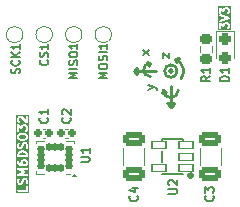
<source format=gbr>
%TF.GenerationSoftware,KiCad,Pcbnew,9.0.0*%
%TF.CreationDate,2025-05-23T15:56:35+04:00*%
%TF.ProjectId,02_01_sensor_IMU_LSM6DSO32,30325f30-315f-4736-956e-736f725f494d,rev?*%
%TF.SameCoordinates,Original*%
%TF.FileFunction,Legend,Top*%
%TF.FilePolarity,Positive*%
%FSLAX46Y46*%
G04 Gerber Fmt 4.6, Leading zero omitted, Abs format (unit mm)*
G04 Created by KiCad (PCBNEW 9.0.0) date 2025-05-23 15:56:35*
%MOMM*%
%LPD*%
G01*
G04 APERTURE LIST*
G04 Aperture macros list*
%AMRoundRect*
0 Rectangle with rounded corners*
0 $1 Rounding radius*
0 $2 $3 $4 $5 $6 $7 $8 $9 X,Y pos of 4 corners*
0 Add a 4 corners polygon primitive as box body*
4,1,4,$2,$3,$4,$5,$6,$7,$8,$9,$2,$3,0*
0 Add four circle primitives for the rounded corners*
1,1,$1+$1,$2,$3*
1,1,$1+$1,$4,$5*
1,1,$1+$1,$6,$7*
1,1,$1+$1,$8,$9*
0 Add four rect primitives between the rounded corners*
20,1,$1+$1,$2,$3,$4,$5,0*
20,1,$1+$1,$4,$5,$6,$7,0*
20,1,$1+$1,$6,$7,$8,$9,0*
20,1,$1+$1,$8,$9,$2,$3,0*%
G04 Aperture macros list end*
%ADD10C,0.254000*%
%ADD11C,0.175000*%
%ADD12C,0.190500*%
%ADD13C,0.150000*%
%ADD14C,0.120000*%
%ADD15C,0.152000*%
%ADD16C,0.059995*%
%ADD17C,0.300000*%
%ADD18C,0.100000*%
%ADD19C,0.000000*%
%ADD20RoundRect,0.101600X0.175000X0.725000X-0.175000X0.725000X-0.175000X-0.725000X0.175000X-0.725000X0*%
%ADD21C,0.657200*%
%ADD22C,1.100000*%
%ADD23RoundRect,0.271739X0.678261X-0.353261X0.678261X0.353261X-0.678261X0.353261X-0.678261X-0.353261X0*%
%ADD24RoundRect,0.225000X-0.300000X0.225000X-0.300000X-0.225000X0.300000X-0.225000X0.300000X0.225000X0*%
%ADD25RoundRect,0.165000X0.165000X0.195000X-0.165000X0.195000X-0.165000X-0.195000X0.165000X-0.195000X0*%
%ADD26RoundRect,0.165000X-0.165000X-0.195000X0.165000X-0.195000X0.165000X0.195000X-0.165000X0.195000X0*%
%ADD27RoundRect,0.050000X0.600000X-0.300000X0.600000X0.300000X-0.600000X0.300000X-0.600000X-0.300000X0*%
%ADD28RoundRect,0.243750X-0.281250X0.243750X-0.281250X-0.243750X0.281250X-0.243750X0.281250X0.243750X0*%
%ADD29RoundRect,0.112500X0.250000X0.112500X-0.250000X0.112500X-0.250000X-0.112500X0.250000X-0.112500X0*%
%ADD30RoundRect,0.112500X0.112500X0.250000X-0.112500X0.250000X-0.112500X-0.250000X0.112500X-0.250000X0*%
G04 APERTURE END LIST*
D10*
X153851288Y-99501145D02*
G75*
G02*
X152581288Y-99501145I-635000J0D01*
G01*
X150082563Y-97840620D02*
X150336563Y-97586620D01*
X152809888Y-99628145D02*
X152454288Y-99755145D01*
X151479563Y-97205620D02*
X151352563Y-97459620D01*
X152581288Y-99501145D02*
X152809888Y-99628145D01*
X150082563Y-97840620D02*
X150336563Y-98094620D01*
X153346463Y-97888245D02*
G75*
G02*
X153092463Y-97888245I-127000J0D01*
G01*
X153092463Y-97888245D02*
G75*
G02*
X153346463Y-97888245I127000J0D01*
G01*
X153543313Y-96843670D02*
X153876688Y-96796045D01*
X151479563Y-98348620D02*
G75*
G02*
X151479563Y-97205580I37J571520D01*
G01*
X151479563Y-97205620D02*
X151225563Y-97078620D01*
X153673488Y-96923045D02*
G75*
G02*
X154079889Y-98535946I-473488J-976955D01*
G01*
X153543313Y-96843670D02*
X153670313Y-97151645D01*
X153216288Y-100898145D02*
X152962288Y-100644145D01*
X153216288Y-100898145D02*
X153470288Y-100644145D01*
X153752863Y-97888245D02*
G75*
G02*
X152686063Y-97888245I-533400J0D01*
G01*
X152686063Y-97888245D02*
G75*
G02*
X153752863Y-97888245I533400J0D01*
G01*
X153670313Y-97151645D02*
X153876688Y-96796045D01*
X153216288Y-100898145D02*
X153216288Y-99120145D01*
X150336563Y-97586620D02*
X150336563Y-98094620D01*
X151225563Y-97078620D02*
X151352563Y-97459620D01*
X153495688Y-100618745D02*
X152936888Y-100618745D01*
X152581288Y-99501145D02*
X152454288Y-99755145D01*
X150082563Y-97840620D02*
X151987563Y-97840620D01*
D11*
X158137864Y-98753571D02*
X157387864Y-98753571D01*
X157387864Y-98753571D02*
X157387864Y-98575000D01*
X157387864Y-98575000D02*
X157423578Y-98467857D01*
X157423578Y-98467857D02*
X157495007Y-98396428D01*
X157495007Y-98396428D02*
X157566435Y-98360714D01*
X157566435Y-98360714D02*
X157709292Y-98325000D01*
X157709292Y-98325000D02*
X157816435Y-98325000D01*
X157816435Y-98325000D02*
X157959292Y-98360714D01*
X157959292Y-98360714D02*
X158030721Y-98396428D01*
X158030721Y-98396428D02*
X158102150Y-98467857D01*
X158102150Y-98467857D02*
X158137864Y-98575000D01*
X158137864Y-98575000D02*
X158137864Y-98753571D01*
X158137864Y-97610714D02*
X158137864Y-98039285D01*
X158137864Y-97825000D02*
X157387864Y-97825000D01*
X157387864Y-97825000D02*
X157495007Y-97896428D01*
X157495007Y-97896428D02*
X157566435Y-97967857D01*
X157566435Y-97967857D02*
X157602150Y-98039285D01*
D12*
X151258855Y-99460386D02*
X151792189Y-99269910D01*
X151258855Y-99079433D02*
X151792189Y-99269910D01*
X151792189Y-99269910D02*
X151982665Y-99346100D01*
X151982665Y-99346100D02*
X152020760Y-99384195D01*
X152020760Y-99384195D02*
X152058855Y-99460386D01*
D11*
G36*
X140914602Y-105543339D02*
G01*
X140930239Y-105558976D01*
X140950364Y-105599226D01*
X140950364Y-105700771D01*
X140930237Y-105741025D01*
X140914602Y-105756659D01*
X140874352Y-105776785D01*
X140737090Y-105776785D01*
X140696839Y-105756659D01*
X140681204Y-105741025D01*
X140661078Y-105700771D01*
X140661078Y-105599226D01*
X140681203Y-105558976D01*
X140696840Y-105543339D01*
X140737090Y-105523214D01*
X140874352Y-105523214D01*
X140914602Y-105543339D01*
G37*
G36*
X140828751Y-104803986D02*
G01*
X140878890Y-104829055D01*
X140925671Y-104875836D01*
X140950364Y-104949913D01*
X140950364Y-105026785D01*
X140375364Y-105026785D01*
X140375364Y-104949913D01*
X140400055Y-104875837D01*
X140446840Y-104829053D01*
X140496971Y-104803987D01*
X140620062Y-104773214D01*
X140705661Y-104773214D01*
X140828751Y-104803986D01*
G37*
G36*
X140885986Y-103300436D02*
G01*
X140930236Y-103344686D01*
X140950364Y-103384941D01*
X140950364Y-103486485D01*
X140930236Y-103526740D01*
X140885988Y-103570988D01*
X140777090Y-103598213D01*
X140548634Y-103598213D01*
X140439739Y-103570988D01*
X140395492Y-103526741D01*
X140375364Y-103486485D01*
X140375364Y-103384941D01*
X140395492Y-103344685D01*
X140439740Y-103300436D01*
X140548634Y-103273213D01*
X140777094Y-103273213D01*
X140885986Y-103300436D01*
G37*
G36*
X141212864Y-108182143D02*
G01*
X140112864Y-108182143D01*
X140112864Y-107990073D01*
X140202045Y-107990073D01*
X140202045Y-108024213D01*
X140215110Y-108055755D01*
X140239252Y-108079897D01*
X140270794Y-108092962D01*
X140287864Y-108094643D01*
X141037864Y-108094643D01*
X141054934Y-108092962D01*
X141086476Y-108079897D01*
X141110618Y-108055755D01*
X141123683Y-108024213D01*
X141125364Y-108007143D01*
X141125364Y-107650000D01*
X141123683Y-107632930D01*
X141110618Y-107601388D01*
X141086476Y-107577246D01*
X141054934Y-107564181D01*
X141020794Y-107564181D01*
X140989252Y-107577246D01*
X140965110Y-107601388D01*
X140952045Y-107632930D01*
X140950364Y-107650000D01*
X140950364Y-107919643D01*
X140287864Y-107919643D01*
X140270794Y-107921324D01*
X140239252Y-107934389D01*
X140215110Y-107958531D01*
X140202045Y-107990073D01*
X140112864Y-107990073D01*
X140112864Y-107114286D01*
X140200364Y-107114286D01*
X140200364Y-107292857D01*
X140202045Y-107309927D01*
X140203248Y-107312831D01*
X140203471Y-107315968D01*
X140209601Y-107331988D01*
X140245315Y-107403417D01*
X140249938Y-107410762D01*
X140250824Y-107412899D01*
X140252798Y-107415304D01*
X140254453Y-107417933D01*
X140256196Y-107419445D01*
X140261706Y-107426158D01*
X140297420Y-107461872D01*
X140304130Y-107467379D01*
X140305645Y-107469125D01*
X140308277Y-107470782D01*
X140310679Y-107472753D01*
X140312811Y-107473636D01*
X140320161Y-107478263D01*
X140391590Y-107513977D01*
X140407610Y-107520107D01*
X140410746Y-107520329D01*
X140413651Y-107521533D01*
X140430721Y-107523214D01*
X140502150Y-107523214D01*
X140519220Y-107521533D01*
X140522124Y-107520329D01*
X140525262Y-107520107D01*
X140541281Y-107513976D01*
X140612709Y-107478262D01*
X140620052Y-107473639D01*
X140622191Y-107472754D01*
X140624597Y-107470778D01*
X140627225Y-107469125D01*
X140628737Y-107467381D01*
X140635450Y-107461872D01*
X140671164Y-107426158D01*
X140676668Y-107419450D01*
X140678417Y-107417934D01*
X140680076Y-107415298D01*
X140682045Y-107412899D01*
X140682928Y-107410767D01*
X140687554Y-107403418D01*
X140723269Y-107331989D01*
X140723747Y-107330739D01*
X140724124Y-107330231D01*
X140726685Y-107323062D01*
X140729400Y-107315969D01*
X140729444Y-107315339D01*
X140729895Y-107314079D01*
X140763280Y-107180536D01*
X140788346Y-107130405D01*
X140803983Y-107114768D01*
X140844233Y-107094643D01*
X140874352Y-107094643D01*
X140914602Y-107114768D01*
X140930239Y-107130405D01*
X140950364Y-107170655D01*
X140950364Y-107314372D01*
X140919140Y-107408044D01*
X140915337Y-107424770D01*
X140917757Y-107458825D01*
X140933026Y-107489362D01*
X140958818Y-107511731D01*
X140991206Y-107522527D01*
X141025261Y-107520107D01*
X141055798Y-107504838D01*
X141078167Y-107479046D01*
X141085160Y-107463384D01*
X141120874Y-107356242D01*
X141122798Y-107347776D01*
X141123683Y-107345642D01*
X141123987Y-107342547D01*
X141124677Y-107339516D01*
X141124513Y-107337211D01*
X141125364Y-107328572D01*
X141125364Y-107150000D01*
X141123683Y-107132930D01*
X141122479Y-107130025D01*
X141122257Y-107126889D01*
X141116126Y-107110869D01*
X141080412Y-107039441D01*
X141075789Y-107032097D01*
X141074904Y-107029959D01*
X141072928Y-107027552D01*
X141071275Y-107024925D01*
X141069531Y-107023412D01*
X141064022Y-107016700D01*
X141028307Y-106980985D01*
X141021594Y-106975475D01*
X141020082Y-106973732D01*
X141017454Y-106972078D01*
X141015048Y-106970103D01*
X141012909Y-106969217D01*
X141005566Y-106964595D01*
X140934138Y-106928881D01*
X140918119Y-106922750D01*
X140914981Y-106922527D01*
X140912077Y-106921324D01*
X140895007Y-106919643D01*
X140823578Y-106919643D01*
X140806508Y-106921324D01*
X140803603Y-106922527D01*
X140800467Y-106922750D01*
X140784447Y-106928881D01*
X140713019Y-106964595D01*
X140705675Y-106969217D01*
X140703537Y-106970103D01*
X140701130Y-106972078D01*
X140698503Y-106973732D01*
X140696990Y-106975475D01*
X140690278Y-106980985D01*
X140654563Y-107016700D01*
X140649053Y-107023412D01*
X140647310Y-107024925D01*
X140645656Y-107027552D01*
X140643681Y-107029959D01*
X140642795Y-107032097D01*
X140638173Y-107039441D01*
X140602459Y-107110869D01*
X140601982Y-107112114D01*
X140601604Y-107112625D01*
X140599043Y-107119791D01*
X140596328Y-107126888D01*
X140596283Y-107127520D01*
X140595834Y-107128778D01*
X140562447Y-107262320D01*
X140537380Y-107312453D01*
X140521745Y-107328089D01*
X140481495Y-107348214D01*
X140451378Y-107348214D01*
X140411122Y-107328086D01*
X140395491Y-107312455D01*
X140375364Y-107272200D01*
X140375364Y-107128485D01*
X140406588Y-107034812D01*
X140410391Y-107018087D01*
X140407971Y-106984032D01*
X140392702Y-106953494D01*
X140366910Y-106931125D01*
X140334522Y-106920329D01*
X140300467Y-106922750D01*
X140269930Y-106938018D01*
X140247561Y-106963810D01*
X140240568Y-106979473D01*
X140204854Y-107086616D01*
X140202929Y-107095081D01*
X140202045Y-107097216D01*
X140201740Y-107100310D01*
X140201051Y-107103342D01*
X140201214Y-107105646D01*
X140200364Y-107114286D01*
X140112864Y-107114286D01*
X140112864Y-106198999D01*
X140201378Y-106198999D01*
X140202045Y-106200833D01*
X140202045Y-106202784D01*
X140207856Y-106216814D01*
X140213046Y-106231085D01*
X140214363Y-106232523D01*
X140215110Y-106234326D01*
X140225847Y-106245063D01*
X140236104Y-106256263D01*
X140238417Y-106257633D01*
X140239252Y-106258468D01*
X140241162Y-106259259D01*
X140250862Y-106265005D01*
X140616666Y-106435714D01*
X140250862Y-106606423D01*
X140241162Y-106612168D01*
X140239252Y-106612960D01*
X140238417Y-106613794D01*
X140236104Y-106615165D01*
X140225847Y-106626364D01*
X140215110Y-106637102D01*
X140214363Y-106638904D01*
X140213046Y-106640343D01*
X140207856Y-106654613D01*
X140202045Y-106668644D01*
X140202045Y-106670594D01*
X140201378Y-106672429D01*
X140202045Y-106687595D01*
X140202045Y-106702784D01*
X140202792Y-106704588D01*
X140202878Y-106706537D01*
X140209297Y-106720293D01*
X140215110Y-106734326D01*
X140216489Y-106735705D01*
X140217315Y-106737474D01*
X140228514Y-106747730D01*
X140239252Y-106758468D01*
X140241054Y-106759214D01*
X140242493Y-106760532D01*
X140256763Y-106765721D01*
X140270794Y-106771533D01*
X140273469Y-106771796D01*
X140274579Y-106772200D01*
X140276644Y-106772109D01*
X140287864Y-106773214D01*
X141037864Y-106773214D01*
X141054934Y-106771533D01*
X141086476Y-106758468D01*
X141110618Y-106734326D01*
X141123683Y-106702784D01*
X141123683Y-106668644D01*
X141110618Y-106637102D01*
X141086476Y-106612960D01*
X141054934Y-106599895D01*
X141037864Y-106598214D01*
X140682275Y-106598214D01*
X140860580Y-106515005D01*
X140866830Y-106511302D01*
X140868949Y-106510532D01*
X140870446Y-106509160D01*
X140875338Y-106506263D01*
X140884319Y-106496455D01*
X140894127Y-106487474D01*
X140895770Y-106483951D01*
X140898396Y-106481085D01*
X140902939Y-106468589D01*
X140908564Y-106456537D01*
X140908734Y-106452651D01*
X140910063Y-106448999D01*
X140909479Y-106435714D01*
X140910063Y-106422429D01*
X140908734Y-106418776D01*
X140908564Y-106414891D01*
X140902939Y-106402838D01*
X140898396Y-106390343D01*
X140895770Y-106387476D01*
X140894127Y-106383954D01*
X140884319Y-106374972D01*
X140875338Y-106365165D01*
X140870446Y-106362267D01*
X140868949Y-106360896D01*
X140866830Y-106360125D01*
X140860580Y-106356423D01*
X140682275Y-106273214D01*
X141037864Y-106273214D01*
X141054934Y-106271533D01*
X141086476Y-106258468D01*
X141110618Y-106234326D01*
X141123683Y-106202784D01*
X141123683Y-106168644D01*
X141110618Y-106137102D01*
X141086476Y-106112960D01*
X141054934Y-106099895D01*
X141037864Y-106098214D01*
X140287864Y-106098214D01*
X140276644Y-106099318D01*
X140274579Y-106099228D01*
X140273469Y-106099631D01*
X140270794Y-106099895D01*
X140256763Y-106105706D01*
X140242493Y-106110896D01*
X140241054Y-106112213D01*
X140239252Y-106112960D01*
X140228514Y-106123697D01*
X140217315Y-106133954D01*
X140216489Y-106135722D01*
X140215110Y-106137102D01*
X140209297Y-106151134D01*
X140202878Y-106164891D01*
X140202792Y-106166839D01*
X140202045Y-106168644D01*
X140202045Y-106183832D01*
X140201378Y-106198999D01*
X140112864Y-106198999D01*
X140112864Y-105507143D01*
X140200364Y-105507143D01*
X140200364Y-105650000D01*
X140202045Y-105667070D01*
X140203248Y-105669974D01*
X140203471Y-105673112D01*
X140209602Y-105689131D01*
X140245316Y-105760559D01*
X140249939Y-105767903D01*
X140250824Y-105770040D01*
X140252797Y-105772444D01*
X140254453Y-105775075D01*
X140256198Y-105776588D01*
X140261705Y-105783299D01*
X140297419Y-105819014D01*
X140297467Y-105819053D01*
X140297485Y-105819080D01*
X140303880Y-105824317D01*
X140310678Y-105829896D01*
X140310707Y-105829908D01*
X140310756Y-105829948D01*
X140417899Y-105901375D01*
X140427321Y-105906398D01*
X140429061Y-105907688D01*
X140431115Y-105908422D01*
X140433034Y-105909445D01*
X140435150Y-105909863D01*
X140445213Y-105913459D01*
X140588071Y-105949173D01*
X140591031Y-105949610D01*
X140592222Y-105950104D01*
X140598644Y-105950736D01*
X140605039Y-105951682D01*
X140606316Y-105951491D01*
X140609292Y-105951785D01*
X140895007Y-105951785D01*
X140912077Y-105950104D01*
X140914981Y-105948900D01*
X140918119Y-105948678D01*
X140934138Y-105942547D01*
X141005566Y-105906833D01*
X141012910Y-105902209D01*
X141015047Y-105901325D01*
X141017451Y-105899351D01*
X141020082Y-105897696D01*
X141021595Y-105895950D01*
X141028306Y-105890444D01*
X141064021Y-105854730D01*
X141069530Y-105848017D01*
X141071275Y-105846504D01*
X141072930Y-105843874D01*
X141074903Y-105841471D01*
X141075787Y-105839335D01*
X141080413Y-105831988D01*
X141116127Y-105760559D01*
X141122257Y-105744539D01*
X141122479Y-105741402D01*
X141123683Y-105738498D01*
X141125364Y-105721428D01*
X141125364Y-105578571D01*
X141123683Y-105561501D01*
X141122479Y-105558596D01*
X141122257Y-105555460D01*
X141116126Y-105539440D01*
X141080412Y-105468012D01*
X141075789Y-105460668D01*
X141074904Y-105458530D01*
X141072928Y-105456123D01*
X141071275Y-105453496D01*
X141069531Y-105451983D01*
X141064022Y-105445271D01*
X141028307Y-105409556D01*
X141021594Y-105404046D01*
X141020082Y-105402303D01*
X141017454Y-105400649D01*
X141015048Y-105398674D01*
X141012909Y-105397788D01*
X141005566Y-105393166D01*
X140934138Y-105357452D01*
X140918119Y-105351321D01*
X140914981Y-105351098D01*
X140912077Y-105349895D01*
X140895007Y-105348214D01*
X140716435Y-105348214D01*
X140699365Y-105349895D01*
X140696460Y-105351098D01*
X140693324Y-105351321D01*
X140677304Y-105357452D01*
X140605876Y-105393166D01*
X140598532Y-105397788D01*
X140596394Y-105398674D01*
X140593987Y-105400649D01*
X140591360Y-105402303D01*
X140589847Y-105404046D01*
X140583135Y-105409556D01*
X140547420Y-105445271D01*
X140541910Y-105451983D01*
X140540167Y-105453496D01*
X140538513Y-105456123D01*
X140536538Y-105458530D01*
X140535652Y-105460668D01*
X140531030Y-105468012D01*
X140495316Y-105539440D01*
X140489185Y-105555459D01*
X140488962Y-105558596D01*
X140487759Y-105561501D01*
X140486078Y-105578571D01*
X140486078Y-105721428D01*
X140487666Y-105737563D01*
X140415037Y-105689144D01*
X140395489Y-105669595D01*
X140375364Y-105629345D01*
X140375364Y-105507143D01*
X140373683Y-105490073D01*
X140360618Y-105458531D01*
X140336476Y-105434389D01*
X140304934Y-105421324D01*
X140270794Y-105421324D01*
X140239252Y-105434389D01*
X140215110Y-105458531D01*
X140202045Y-105490073D01*
X140200364Y-105507143D01*
X140112864Y-105507143D01*
X140112864Y-104935714D01*
X140200364Y-104935714D01*
X140200364Y-105114285D01*
X140202045Y-105131355D01*
X140215110Y-105162897D01*
X140239252Y-105187039D01*
X140270794Y-105200104D01*
X140287864Y-105201785D01*
X141037864Y-105201785D01*
X141054934Y-105200104D01*
X141086476Y-105187039D01*
X141110618Y-105162897D01*
X141123683Y-105131355D01*
X141125364Y-105114285D01*
X141125364Y-104935714D01*
X141124513Y-104927074D01*
X141124677Y-104924770D01*
X141123987Y-104921738D01*
X141123683Y-104918644D01*
X141122798Y-104916508D01*
X141120874Y-104908045D01*
X141085160Y-104800901D01*
X141078167Y-104785239D01*
X141076108Y-104782865D01*
X141074904Y-104779958D01*
X141064022Y-104766699D01*
X140992593Y-104695270D01*
X140985880Y-104689760D01*
X140984368Y-104688017D01*
X140981739Y-104686362D01*
X140979334Y-104684388D01*
X140977197Y-104683502D01*
X140969852Y-104678879D01*
X140898423Y-104643165D01*
X140897175Y-104642687D01*
X140896667Y-104642311D01*
X140889509Y-104639754D01*
X140882403Y-104637035D01*
X140881771Y-104636990D01*
X140880514Y-104636541D01*
X140737657Y-104600826D01*
X140734695Y-104600388D01*
X140733505Y-104599895D01*
X140727085Y-104599262D01*
X140720689Y-104598317D01*
X140719411Y-104598507D01*
X140716435Y-104598214D01*
X140609292Y-104598214D01*
X140606316Y-104598507D01*
X140605039Y-104598317D01*
X140598644Y-104599262D01*
X140592222Y-104599895D01*
X140591031Y-104600388D01*
X140588071Y-104600826D01*
X140445213Y-104636540D01*
X140443952Y-104636990D01*
X140443324Y-104637035D01*
X140436244Y-104639744D01*
X140429061Y-104642311D01*
X140428551Y-104642688D01*
X140427304Y-104643166D01*
X140355876Y-104678880D01*
X140348532Y-104683502D01*
X140346394Y-104684388D01*
X140343987Y-104686363D01*
X140341360Y-104688017D01*
X140339847Y-104689760D01*
X140333135Y-104695270D01*
X140261706Y-104766699D01*
X140250824Y-104779958D01*
X140249620Y-104782863D01*
X140247561Y-104785238D01*
X140240568Y-104800901D01*
X140204854Y-104908044D01*
X140202929Y-104916509D01*
X140202045Y-104918644D01*
X140201740Y-104921738D01*
X140201051Y-104924770D01*
X140201214Y-104927074D01*
X140200364Y-104935714D01*
X140112864Y-104935714D01*
X140112864Y-104078571D01*
X140200364Y-104078571D01*
X140200364Y-104257142D01*
X140202045Y-104274212D01*
X140203248Y-104277116D01*
X140203471Y-104280253D01*
X140209601Y-104296273D01*
X140245315Y-104367702D01*
X140249938Y-104375047D01*
X140250824Y-104377184D01*
X140252798Y-104379589D01*
X140254453Y-104382218D01*
X140256196Y-104383730D01*
X140261706Y-104390443D01*
X140297420Y-104426157D01*
X140304130Y-104431664D01*
X140305645Y-104433410D01*
X140308277Y-104435067D01*
X140310679Y-104437038D01*
X140312811Y-104437921D01*
X140320161Y-104442548D01*
X140391590Y-104478262D01*
X140407610Y-104484392D01*
X140410746Y-104484614D01*
X140413651Y-104485818D01*
X140430721Y-104487499D01*
X140502150Y-104487499D01*
X140519220Y-104485818D01*
X140522124Y-104484614D01*
X140525262Y-104484392D01*
X140541281Y-104478261D01*
X140612709Y-104442547D01*
X140620052Y-104437924D01*
X140622191Y-104437039D01*
X140624597Y-104435063D01*
X140627225Y-104433410D01*
X140628737Y-104431666D01*
X140635450Y-104426157D01*
X140671164Y-104390443D01*
X140676668Y-104383735D01*
X140678417Y-104382219D01*
X140680076Y-104379583D01*
X140682045Y-104377184D01*
X140682928Y-104375052D01*
X140687554Y-104367703D01*
X140723269Y-104296274D01*
X140723747Y-104295024D01*
X140724124Y-104294516D01*
X140726685Y-104287347D01*
X140729400Y-104280254D01*
X140729444Y-104279624D01*
X140729895Y-104278364D01*
X140763280Y-104144821D01*
X140788346Y-104094690D01*
X140803983Y-104079053D01*
X140844233Y-104058928D01*
X140874352Y-104058928D01*
X140914602Y-104079053D01*
X140930239Y-104094690D01*
X140950364Y-104134940D01*
X140950364Y-104278657D01*
X140919140Y-104372329D01*
X140915337Y-104389055D01*
X140917757Y-104423110D01*
X140933026Y-104453647D01*
X140958818Y-104476016D01*
X140991206Y-104486812D01*
X141025261Y-104484392D01*
X141055798Y-104469123D01*
X141078167Y-104443331D01*
X141085160Y-104427669D01*
X141120874Y-104320527D01*
X141122798Y-104312061D01*
X141123683Y-104309927D01*
X141123987Y-104306832D01*
X141124677Y-104303801D01*
X141124513Y-104301496D01*
X141125364Y-104292857D01*
X141125364Y-104114285D01*
X141123683Y-104097215D01*
X141122479Y-104094310D01*
X141122257Y-104091174D01*
X141116126Y-104075154D01*
X141080412Y-104003726D01*
X141075789Y-103996382D01*
X141074904Y-103994244D01*
X141072928Y-103991837D01*
X141071275Y-103989210D01*
X141069531Y-103987697D01*
X141064022Y-103980985D01*
X141028307Y-103945270D01*
X141021594Y-103939760D01*
X141020082Y-103938017D01*
X141017454Y-103936363D01*
X141015048Y-103934388D01*
X141012909Y-103933502D01*
X141005566Y-103928880D01*
X140934138Y-103893166D01*
X140918119Y-103887035D01*
X140914981Y-103886812D01*
X140912077Y-103885609D01*
X140895007Y-103883928D01*
X140823578Y-103883928D01*
X140806508Y-103885609D01*
X140803603Y-103886812D01*
X140800467Y-103887035D01*
X140784447Y-103893166D01*
X140713019Y-103928880D01*
X140705675Y-103933502D01*
X140703537Y-103934388D01*
X140701130Y-103936363D01*
X140698503Y-103938017D01*
X140696990Y-103939760D01*
X140690278Y-103945270D01*
X140654563Y-103980985D01*
X140649053Y-103987697D01*
X140647310Y-103989210D01*
X140645656Y-103991837D01*
X140643681Y-103994244D01*
X140642795Y-103996382D01*
X140638173Y-104003726D01*
X140602459Y-104075154D01*
X140601982Y-104076399D01*
X140601604Y-104076910D01*
X140599043Y-104084076D01*
X140596328Y-104091173D01*
X140596283Y-104091805D01*
X140595834Y-104093063D01*
X140562447Y-104226605D01*
X140537380Y-104276738D01*
X140521745Y-104292374D01*
X140481495Y-104312499D01*
X140451378Y-104312499D01*
X140411122Y-104292371D01*
X140395491Y-104276740D01*
X140375364Y-104236485D01*
X140375364Y-104092770D01*
X140406588Y-103999097D01*
X140410391Y-103982372D01*
X140407971Y-103948317D01*
X140392702Y-103917779D01*
X140366910Y-103895410D01*
X140334522Y-103884614D01*
X140300467Y-103887035D01*
X140269930Y-103902303D01*
X140247561Y-103928095D01*
X140240568Y-103943758D01*
X140204854Y-104050901D01*
X140202929Y-104059366D01*
X140202045Y-104061501D01*
X140201740Y-104064595D01*
X140201051Y-104067627D01*
X140201214Y-104069931D01*
X140200364Y-104078571D01*
X140112864Y-104078571D01*
X140112864Y-103364285D01*
X140200364Y-103364285D01*
X140200364Y-103507142D01*
X140202045Y-103524212D01*
X140203248Y-103527116D01*
X140203471Y-103530253D01*
X140209601Y-103546273D01*
X140245315Y-103617702D01*
X140249941Y-103625051D01*
X140250825Y-103627184D01*
X140252795Y-103629584D01*
X140254453Y-103632218D01*
X140256200Y-103633733D01*
X140261707Y-103640443D01*
X140333135Y-103711871D01*
X140346395Y-103722753D01*
X140352404Y-103725242D01*
X140357633Y-103729116D01*
X140373785Y-103734887D01*
X140516643Y-103770601D01*
X140519603Y-103771038D01*
X140520794Y-103771532D01*
X140527216Y-103772164D01*
X140533611Y-103773110D01*
X140534888Y-103772919D01*
X140537864Y-103773213D01*
X140787864Y-103773213D01*
X140790840Y-103772919D01*
X140792118Y-103773110D01*
X140798514Y-103772164D01*
X140804934Y-103771532D01*
X140806124Y-103771038D01*
X140809086Y-103770601D01*
X140951943Y-103734886D01*
X140968096Y-103729116D01*
X140973325Y-103725241D01*
X140979333Y-103722753D01*
X140992592Y-103711871D01*
X141064021Y-103640443D01*
X141069529Y-103633732D01*
X141071275Y-103632218D01*
X141072930Y-103629588D01*
X141074903Y-103627185D01*
X141075787Y-103625050D01*
X141080413Y-103617702D01*
X141116127Y-103546273D01*
X141122257Y-103530253D01*
X141122479Y-103527116D01*
X141123683Y-103524212D01*
X141125364Y-103507142D01*
X141125364Y-103364285D01*
X141123683Y-103347215D01*
X141122479Y-103344310D01*
X141122257Y-103341174D01*
X141116127Y-103325154D01*
X141080413Y-103253725D01*
X141075787Y-103246376D01*
X141074903Y-103244242D01*
X141072930Y-103241838D01*
X141071275Y-103239209D01*
X141069529Y-103237694D01*
X141064021Y-103230984D01*
X140992592Y-103159556D01*
X140979333Y-103148674D01*
X140973321Y-103146184D01*
X140968096Y-103142312D01*
X140951943Y-103136541D01*
X140809086Y-103100826D01*
X140806127Y-103100388D01*
X140804934Y-103099894D01*
X140798506Y-103099261D01*
X140792118Y-103098316D01*
X140790840Y-103098506D01*
X140787864Y-103098213D01*
X140537864Y-103098213D01*
X140534887Y-103098506D01*
X140533610Y-103098316D01*
X140527221Y-103099261D01*
X140520794Y-103099894D01*
X140519600Y-103100388D01*
X140516642Y-103100826D01*
X140373785Y-103136541D01*
X140357632Y-103142312D01*
X140352406Y-103146184D01*
X140346395Y-103148674D01*
X140333135Y-103159556D01*
X140261707Y-103230984D01*
X140256200Y-103237693D01*
X140254453Y-103239209D01*
X140252795Y-103241842D01*
X140250825Y-103244243D01*
X140249941Y-103246375D01*
X140245315Y-103253725D01*
X140209601Y-103325154D01*
X140203471Y-103341174D01*
X140203248Y-103344310D01*
X140202045Y-103347215D01*
X140200364Y-103364285D01*
X140112864Y-103364285D01*
X140112864Y-102471428D01*
X140200364Y-102471428D01*
X140200364Y-102935714D01*
X140202045Y-102952784D01*
X140215110Y-102984326D01*
X140239252Y-103008468D01*
X140270794Y-103021533D01*
X140304934Y-103021533D01*
X140336476Y-103008468D01*
X140360618Y-102984326D01*
X140373683Y-102952784D01*
X140375364Y-102935714D01*
X140375364Y-102664257D01*
X140515959Y-102787279D01*
X140523338Y-102792554D01*
X140524966Y-102794182D01*
X140526508Y-102794821D01*
X140529912Y-102797254D01*
X140543376Y-102801807D01*
X140556508Y-102807247D01*
X140559459Y-102807247D01*
X140562253Y-102808192D01*
X140576429Y-102807247D01*
X140590648Y-102807247D01*
X140593375Y-102806117D01*
X140596320Y-102805921D01*
X140609061Y-102799619D01*
X140622190Y-102794182D01*
X140624275Y-102792096D01*
X140626923Y-102790787D01*
X140636287Y-102780084D01*
X140646332Y-102770040D01*
X140647460Y-102767314D01*
X140649404Y-102765094D01*
X140653957Y-102751629D01*
X140659397Y-102738498D01*
X140659806Y-102734334D01*
X140660342Y-102732753D01*
X140660188Y-102730456D01*
X140661078Y-102721428D01*
X140661078Y-102634940D01*
X140681203Y-102594690D01*
X140696840Y-102579053D01*
X140737090Y-102558928D01*
X140874352Y-102558928D01*
X140914602Y-102579053D01*
X140930239Y-102594690D01*
X140950364Y-102634940D01*
X140950364Y-102807916D01*
X140930239Y-102848166D01*
X140904563Y-102873842D01*
X140893681Y-102887101D01*
X140880616Y-102918643D01*
X140880616Y-102952785D01*
X140893681Y-102984327D01*
X140917822Y-103008468D01*
X140949364Y-103021533D01*
X140983506Y-103021533D01*
X141015048Y-103008468D01*
X141028307Y-102997586D01*
X141064022Y-102961871D01*
X141069531Y-102955158D01*
X141071275Y-102953646D01*
X141072928Y-102951018D01*
X141074904Y-102948612D01*
X141075789Y-102946473D01*
X141080412Y-102939130D01*
X141116126Y-102867702D01*
X141122257Y-102851682D01*
X141122479Y-102848545D01*
X141123683Y-102845641D01*
X141125364Y-102828571D01*
X141125364Y-102614285D01*
X141123683Y-102597215D01*
X141122479Y-102594310D01*
X141122257Y-102591174D01*
X141116126Y-102575154D01*
X141080412Y-102503726D01*
X141075789Y-102496382D01*
X141074904Y-102494244D01*
X141072928Y-102491837D01*
X141071275Y-102489210D01*
X141069531Y-102487697D01*
X141064022Y-102480985D01*
X141028307Y-102445270D01*
X141021594Y-102439760D01*
X141020082Y-102438017D01*
X141017454Y-102436363D01*
X141015048Y-102434388D01*
X141012909Y-102433502D01*
X141005566Y-102428880D01*
X140934138Y-102393166D01*
X140918119Y-102387035D01*
X140914981Y-102386812D01*
X140912077Y-102385609D01*
X140895007Y-102383928D01*
X140716435Y-102383928D01*
X140699365Y-102385609D01*
X140696460Y-102386812D01*
X140693324Y-102387035D01*
X140677304Y-102393166D01*
X140605876Y-102428880D01*
X140598532Y-102433502D01*
X140596394Y-102434388D01*
X140593987Y-102436363D01*
X140591360Y-102438017D01*
X140589847Y-102439760D01*
X140583135Y-102445270D01*
X140547420Y-102480985D01*
X140541910Y-102487697D01*
X140540167Y-102489210D01*
X140538513Y-102491837D01*
X140536538Y-102494244D01*
X140535652Y-102496382D01*
X140531030Y-102503726D01*
X140508697Y-102548390D01*
X140345483Y-102405578D01*
X140338104Y-102400302D01*
X140336476Y-102398674D01*
X140334932Y-102398034D01*
X140331530Y-102395602D01*
X140318065Y-102391048D01*
X140304934Y-102385609D01*
X140301983Y-102385609D01*
X140299189Y-102384664D01*
X140285013Y-102385609D01*
X140270794Y-102385609D01*
X140268066Y-102386738D01*
X140265122Y-102386935D01*
X140252380Y-102393236D01*
X140239252Y-102398674D01*
X140237166Y-102400759D01*
X140234519Y-102402069D01*
X140225154Y-102412771D01*
X140215110Y-102422816D01*
X140213981Y-102425541D01*
X140212038Y-102427762D01*
X140207484Y-102441226D01*
X140202045Y-102454358D01*
X140201635Y-102458521D01*
X140201100Y-102460103D01*
X140201253Y-102462399D01*
X140200364Y-102471428D01*
X140112864Y-102471428D01*
X140112864Y-101899999D01*
X140200364Y-101899999D01*
X140200364Y-102078571D01*
X140202045Y-102095641D01*
X140203248Y-102098545D01*
X140203471Y-102101683D01*
X140209602Y-102117702D01*
X140245316Y-102189130D01*
X140249938Y-102196473D01*
X140250824Y-102198612D01*
X140252799Y-102201018D01*
X140254453Y-102203646D01*
X140256196Y-102205158D01*
X140261706Y-102211871D01*
X140297420Y-102247585D01*
X140310679Y-102258466D01*
X140342221Y-102271532D01*
X140376363Y-102271532D01*
X140407905Y-102258466D01*
X140432045Y-102234326D01*
X140445111Y-102202784D01*
X140445111Y-102168642D01*
X140432045Y-102137100D01*
X140421164Y-102123841D01*
X140395489Y-102098166D01*
X140375364Y-102057916D01*
X140375364Y-101920654D01*
X140395489Y-101880403D01*
X140411123Y-101864768D01*
X140451378Y-101844642D01*
X140487950Y-101844642D01*
X140562026Y-101869334D01*
X140975992Y-102283300D01*
X140989251Y-102294181D01*
X140989252Y-102294182D01*
X141020794Y-102307247D01*
X141054934Y-102307247D01*
X141086476Y-102294182D01*
X141110618Y-102270040D01*
X141123683Y-102238498D01*
X141125364Y-102221428D01*
X141125364Y-101757142D01*
X141123683Y-101740072D01*
X141110618Y-101708530D01*
X141086476Y-101684388D01*
X141054934Y-101671323D01*
X141020794Y-101671323D01*
X140989252Y-101684388D01*
X140965110Y-101708530D01*
X140952045Y-101740072D01*
X140950364Y-101757142D01*
X140950364Y-102010184D01*
X140671164Y-101730984D01*
X140657905Y-101720102D01*
X140654999Y-101718898D01*
X140652625Y-101716839D01*
X140636962Y-101709846D01*
X140529820Y-101674132D01*
X140521354Y-101672207D01*
X140519220Y-101671323D01*
X140516125Y-101671018D01*
X140513094Y-101670329D01*
X140510789Y-101670492D01*
X140502150Y-101669642D01*
X140430721Y-101669642D01*
X140413651Y-101671323D01*
X140410746Y-101672526D01*
X140407610Y-101672749D01*
X140391590Y-101678879D01*
X140320161Y-101714593D01*
X140312813Y-101719218D01*
X140310678Y-101720103D01*
X140308274Y-101722075D01*
X140305645Y-101723731D01*
X140304131Y-101725475D01*
X140297419Y-101730985D01*
X140261705Y-101766700D01*
X140256198Y-101773410D01*
X140254453Y-101774924D01*
X140252797Y-101777554D01*
X140250824Y-101779959D01*
X140249939Y-101782095D01*
X140245316Y-101789440D01*
X140209602Y-101860868D01*
X140203471Y-101876887D01*
X140203248Y-101880024D01*
X140202045Y-101882929D01*
X140200364Y-101899999D01*
X140112864Y-101899999D01*
X140112864Y-101582142D01*
X141212864Y-101582142D01*
X141212864Y-108182143D01*
G37*
D12*
X152558855Y-96760386D02*
X152558855Y-96341338D01*
X152558855Y-96341338D02*
X153092189Y-96760386D01*
X153092189Y-96760386D02*
X153092189Y-96341338D01*
D11*
G36*
X158289733Y-94439986D02*
G01*
X157239733Y-94439986D01*
X157239733Y-93833333D01*
X157327233Y-93833333D01*
X157327233Y-94266667D01*
X157328914Y-94283737D01*
X157341979Y-94315279D01*
X157366121Y-94339421D01*
X157397663Y-94352486D01*
X157431803Y-94352486D01*
X157463345Y-94339421D01*
X157487487Y-94315279D01*
X157500552Y-94283737D01*
X157502233Y-94266667D01*
X157502233Y-94026162D01*
X157623781Y-94132517D01*
X157631159Y-94137792D01*
X157632788Y-94139421D01*
X157634331Y-94140060D01*
X157637734Y-94142493D01*
X157651198Y-94147046D01*
X157664330Y-94152486D01*
X157667281Y-94152486D01*
X157670075Y-94153431D01*
X157684251Y-94152486D01*
X157698470Y-94152486D01*
X157701197Y-94151356D01*
X157704142Y-94151160D01*
X157716883Y-94144858D01*
X157730012Y-94139421D01*
X157732097Y-94137335D01*
X157734745Y-94136026D01*
X157744109Y-94125323D01*
X157754154Y-94115279D01*
X157755282Y-94112553D01*
X157757226Y-94110333D01*
X157761779Y-94096868D01*
X157767219Y-94083737D01*
X157767628Y-94079573D01*
X157768164Y-94077992D01*
X157768010Y-94075695D01*
X157768900Y-94066667D01*
X157768900Y-93987323D01*
X157786645Y-93951831D01*
X157799898Y-93938578D01*
X157835389Y-93920833D01*
X157960743Y-93920833D01*
X157996234Y-93938578D01*
X158009487Y-93951831D01*
X158027233Y-93987323D01*
X158027233Y-94146012D01*
X158009489Y-94181500D01*
X157986194Y-94204795D01*
X157975312Y-94218054D01*
X157962247Y-94249596D01*
X157962247Y-94283738D01*
X157975312Y-94315280D01*
X157999453Y-94339421D01*
X158030995Y-94352486D01*
X158065137Y-94352486D01*
X158096679Y-94339421D01*
X158109938Y-94328539D01*
X158143272Y-94295205D01*
X158148779Y-94288493D01*
X158150525Y-94286980D01*
X158152181Y-94284348D01*
X158154153Y-94281946D01*
X158155037Y-94279811D01*
X158159662Y-94272464D01*
X158192995Y-94205798D01*
X158199126Y-94189778D01*
X158199348Y-94186641D01*
X158200552Y-94183737D01*
X158202233Y-94166667D01*
X158202233Y-93966667D01*
X158200552Y-93949597D01*
X158199348Y-93946692D01*
X158199126Y-93943556D01*
X158192996Y-93927537D01*
X158159663Y-93860869D01*
X158155037Y-93853521D01*
X158154153Y-93851386D01*
X158152180Y-93848982D01*
X158150525Y-93846353D01*
X158148780Y-93844839D01*
X158143271Y-93838127D01*
X158109937Y-93804794D01*
X158103226Y-93799287D01*
X158101714Y-93797543D01*
X158099083Y-93795887D01*
X158096678Y-93793913D01*
X158094542Y-93793028D01*
X158087198Y-93788405D01*
X158020532Y-93755071D01*
X158004513Y-93748940D01*
X158001374Y-93748716D01*
X157998470Y-93747514D01*
X157981400Y-93745833D01*
X157814733Y-93745833D01*
X157797663Y-93747514D01*
X157794758Y-93748717D01*
X157791621Y-93748940D01*
X157775601Y-93755071D01*
X157708934Y-93788405D01*
X157701589Y-93793028D01*
X157699453Y-93793913D01*
X157697049Y-93795885D01*
X157694418Y-93797542D01*
X157692903Y-93799288D01*
X157686194Y-93804795D01*
X157652861Y-93838128D01*
X157647351Y-93844840D01*
X157645608Y-93846353D01*
X157643953Y-93848981D01*
X157641979Y-93851387D01*
X157641093Y-93853523D01*
X157636470Y-93860869D01*
X157619003Y-93895803D01*
X157472352Y-93767483D01*
X157464973Y-93762207D01*
X157463345Y-93760579D01*
X157461801Y-93759939D01*
X157458399Y-93757507D01*
X157444934Y-93752953D01*
X157431803Y-93747514D01*
X157428852Y-93747514D01*
X157426058Y-93746569D01*
X157411882Y-93747514D01*
X157397663Y-93747514D01*
X157394935Y-93748643D01*
X157391991Y-93748840D01*
X157379249Y-93755141D01*
X157366121Y-93760579D01*
X157364035Y-93762664D01*
X157361388Y-93763974D01*
X157352023Y-93774676D01*
X157341979Y-93784721D01*
X157340850Y-93787446D01*
X157338907Y-93789667D01*
X157334353Y-93803131D01*
X157328914Y-93816263D01*
X157328504Y-93820426D01*
X157327969Y-93822008D01*
X157328122Y-93824304D01*
X157327233Y-93833333D01*
X157239733Y-93833333D01*
X157239733Y-92566666D01*
X157327233Y-92566666D01*
X157327233Y-93000000D01*
X157328914Y-93017070D01*
X157341979Y-93048612D01*
X157366121Y-93072754D01*
X157390480Y-93082844D01*
X157361085Y-93097542D01*
X157338716Y-93123334D01*
X157327920Y-93155722D01*
X157330340Y-93189776D01*
X157345609Y-93220314D01*
X157371401Y-93242683D01*
X157387063Y-93249676D01*
X157838033Y-93399999D01*
X157387063Y-93550323D01*
X157371401Y-93557316D01*
X157345609Y-93579685D01*
X157330340Y-93610222D01*
X157327920Y-93644277D01*
X157338716Y-93676665D01*
X157361085Y-93702457D01*
X157391622Y-93717726D01*
X157425677Y-93720146D01*
X157442403Y-93716343D01*
X158142403Y-93483010D01*
X158158066Y-93476017D01*
X158162791Y-93471918D01*
X158168381Y-93469124D01*
X158175565Y-93460839D01*
X158183858Y-93453648D01*
X158186654Y-93448053D01*
X158190750Y-93443332D01*
X158194219Y-93432923D01*
X158199126Y-93423110D01*
X158199569Y-93416874D01*
X158201546Y-93410944D01*
X158200768Y-93400000D01*
X158201546Y-93389056D01*
X158199569Y-93383125D01*
X158199126Y-93376890D01*
X158194220Y-93367078D01*
X158190750Y-93356668D01*
X158186653Y-93351944D01*
X158183857Y-93346352D01*
X158175569Y-93339163D01*
X158168381Y-93330876D01*
X158162788Y-93328079D01*
X158158065Y-93323983D01*
X158142403Y-93316990D01*
X157442403Y-93083656D01*
X157438930Y-93082866D01*
X157463345Y-93072754D01*
X157487487Y-93048612D01*
X157500552Y-93017070D01*
X157502233Y-93000000D01*
X157502233Y-92759495D01*
X157623781Y-92865850D01*
X157631159Y-92871125D01*
X157632788Y-92872754D01*
X157634331Y-92873393D01*
X157637734Y-92875826D01*
X157651198Y-92880379D01*
X157664330Y-92885819D01*
X157667281Y-92885819D01*
X157670075Y-92886764D01*
X157684251Y-92885819D01*
X157698470Y-92885819D01*
X157701197Y-92884689D01*
X157704142Y-92884493D01*
X157716883Y-92878191D01*
X157730012Y-92872754D01*
X157732097Y-92870668D01*
X157734745Y-92869359D01*
X157744109Y-92858656D01*
X157754154Y-92848612D01*
X157755282Y-92845886D01*
X157757226Y-92843666D01*
X157761779Y-92830201D01*
X157767219Y-92817070D01*
X157767628Y-92812906D01*
X157768164Y-92811325D01*
X157768010Y-92809028D01*
X157768900Y-92800000D01*
X157768900Y-92720656D01*
X157786645Y-92685164D01*
X157799898Y-92671911D01*
X157835389Y-92654166D01*
X157960743Y-92654166D01*
X157996234Y-92671911D01*
X158009487Y-92685164D01*
X158027233Y-92720656D01*
X158027233Y-92879345D01*
X158009489Y-92914833D01*
X157986194Y-92938128D01*
X157975312Y-92951387D01*
X157962247Y-92982929D01*
X157962247Y-93017071D01*
X157975312Y-93048613D01*
X157999453Y-93072754D01*
X158030995Y-93085819D01*
X158065137Y-93085819D01*
X158096679Y-93072754D01*
X158109938Y-93061872D01*
X158143272Y-93028538D01*
X158148779Y-93021826D01*
X158150525Y-93020313D01*
X158152181Y-93017681D01*
X158154153Y-93015279D01*
X158155037Y-93013144D01*
X158159662Y-93005797D01*
X158192995Y-92939131D01*
X158199126Y-92923111D01*
X158199348Y-92919974D01*
X158200552Y-92917070D01*
X158202233Y-92900000D01*
X158202233Y-92700000D01*
X158200552Y-92682930D01*
X158199348Y-92680025D01*
X158199126Y-92676889D01*
X158192996Y-92660870D01*
X158159663Y-92594202D01*
X158155037Y-92586854D01*
X158154153Y-92584719D01*
X158152180Y-92582315D01*
X158150525Y-92579686D01*
X158148780Y-92578172D01*
X158143271Y-92571460D01*
X158109937Y-92538127D01*
X158103226Y-92532620D01*
X158101714Y-92530876D01*
X158099083Y-92529220D01*
X158096678Y-92527246D01*
X158094542Y-92526361D01*
X158087198Y-92521738D01*
X158020532Y-92488404D01*
X158004513Y-92482273D01*
X158001374Y-92482049D01*
X157998470Y-92480847D01*
X157981400Y-92479166D01*
X157814733Y-92479166D01*
X157797663Y-92480847D01*
X157794758Y-92482050D01*
X157791621Y-92482273D01*
X157775601Y-92488404D01*
X157708934Y-92521738D01*
X157701589Y-92526361D01*
X157699453Y-92527246D01*
X157697049Y-92529218D01*
X157694418Y-92530875D01*
X157692903Y-92532621D01*
X157686194Y-92538128D01*
X157652861Y-92571461D01*
X157647351Y-92578173D01*
X157645608Y-92579686D01*
X157643953Y-92582314D01*
X157641979Y-92584720D01*
X157641093Y-92586856D01*
X157636470Y-92594202D01*
X157619003Y-92629136D01*
X157472352Y-92500816D01*
X157464973Y-92495540D01*
X157463345Y-92493912D01*
X157461801Y-92493272D01*
X157458399Y-92490840D01*
X157444934Y-92486286D01*
X157431803Y-92480847D01*
X157428852Y-92480847D01*
X157426058Y-92479902D01*
X157411882Y-92480847D01*
X157397663Y-92480847D01*
X157394935Y-92481976D01*
X157391991Y-92482173D01*
X157379249Y-92488474D01*
X157366121Y-92493912D01*
X157364035Y-92495997D01*
X157361388Y-92497307D01*
X157352023Y-92508009D01*
X157341979Y-92518054D01*
X157340850Y-92520779D01*
X157338907Y-92523000D01*
X157334353Y-92536464D01*
X157328914Y-92549596D01*
X157328504Y-92553759D01*
X157327969Y-92555341D01*
X157328122Y-92557637D01*
X157327233Y-92566666D01*
X157239733Y-92566666D01*
X157239733Y-92391666D01*
X158289733Y-92391666D01*
X158289733Y-94439986D01*
G37*
D12*
X151392189Y-96560386D02*
X150858855Y-96141338D01*
X150858855Y-96560386D02*
X151392189Y-96141338D01*
D13*
X140382700Y-98083333D02*
X140416033Y-97983333D01*
X140416033Y-97983333D02*
X140416033Y-97816667D01*
X140416033Y-97816667D02*
X140382700Y-97750000D01*
X140382700Y-97750000D02*
X140349366Y-97716667D01*
X140349366Y-97716667D02*
X140282700Y-97683333D01*
X140282700Y-97683333D02*
X140216033Y-97683333D01*
X140216033Y-97683333D02*
X140149366Y-97716667D01*
X140149366Y-97716667D02*
X140116033Y-97750000D01*
X140116033Y-97750000D02*
X140082700Y-97816667D01*
X140082700Y-97816667D02*
X140049366Y-97950000D01*
X140049366Y-97950000D02*
X140016033Y-98016667D01*
X140016033Y-98016667D02*
X139982700Y-98050000D01*
X139982700Y-98050000D02*
X139916033Y-98083333D01*
X139916033Y-98083333D02*
X139849366Y-98083333D01*
X139849366Y-98083333D02*
X139782700Y-98050000D01*
X139782700Y-98050000D02*
X139749366Y-98016667D01*
X139749366Y-98016667D02*
X139716033Y-97950000D01*
X139716033Y-97950000D02*
X139716033Y-97783333D01*
X139716033Y-97783333D02*
X139749366Y-97683333D01*
X140349366Y-96983333D02*
X140382700Y-97016666D01*
X140382700Y-97016666D02*
X140416033Y-97116666D01*
X140416033Y-97116666D02*
X140416033Y-97183333D01*
X140416033Y-97183333D02*
X140382700Y-97283333D01*
X140382700Y-97283333D02*
X140316033Y-97350000D01*
X140316033Y-97350000D02*
X140249366Y-97383333D01*
X140249366Y-97383333D02*
X140116033Y-97416666D01*
X140116033Y-97416666D02*
X140016033Y-97416666D01*
X140016033Y-97416666D02*
X139882700Y-97383333D01*
X139882700Y-97383333D02*
X139816033Y-97350000D01*
X139816033Y-97350000D02*
X139749366Y-97283333D01*
X139749366Y-97283333D02*
X139716033Y-97183333D01*
X139716033Y-97183333D02*
X139716033Y-97116666D01*
X139716033Y-97116666D02*
X139749366Y-97016666D01*
X139749366Y-97016666D02*
X139782700Y-96983333D01*
X140416033Y-96683333D02*
X139716033Y-96683333D01*
X140416033Y-96283333D02*
X140016033Y-96583333D01*
X139716033Y-96283333D02*
X140116033Y-96683333D01*
X140416033Y-95616666D02*
X140416033Y-96016666D01*
X140416033Y-95816666D02*
X139716033Y-95816666D01*
X139716033Y-95816666D02*
X139816033Y-95883333D01*
X139816033Y-95883333D02*
X139882700Y-95950000D01*
X139882700Y-95950000D02*
X139916033Y-96016666D01*
D11*
X156791435Y-108425000D02*
X156827150Y-108460714D01*
X156827150Y-108460714D02*
X156862864Y-108567857D01*
X156862864Y-108567857D02*
X156862864Y-108639285D01*
X156862864Y-108639285D02*
X156827150Y-108746428D01*
X156827150Y-108746428D02*
X156755721Y-108817857D01*
X156755721Y-108817857D02*
X156684292Y-108853571D01*
X156684292Y-108853571D02*
X156541435Y-108889285D01*
X156541435Y-108889285D02*
X156434292Y-108889285D01*
X156434292Y-108889285D02*
X156291435Y-108853571D01*
X156291435Y-108853571D02*
X156220007Y-108817857D01*
X156220007Y-108817857D02*
X156148578Y-108746428D01*
X156148578Y-108746428D02*
X156112864Y-108639285D01*
X156112864Y-108639285D02*
X156112864Y-108567857D01*
X156112864Y-108567857D02*
X156148578Y-108460714D01*
X156148578Y-108460714D02*
X156184292Y-108425000D01*
X156112864Y-108175000D02*
X156112864Y-107710714D01*
X156112864Y-107710714D02*
X156398578Y-107960714D01*
X156398578Y-107960714D02*
X156398578Y-107853571D01*
X156398578Y-107853571D02*
X156434292Y-107782143D01*
X156434292Y-107782143D02*
X156470007Y-107746428D01*
X156470007Y-107746428D02*
X156541435Y-107710714D01*
X156541435Y-107710714D02*
X156720007Y-107710714D01*
X156720007Y-107710714D02*
X156791435Y-107746428D01*
X156791435Y-107746428D02*
X156827150Y-107782143D01*
X156827150Y-107782143D02*
X156862864Y-107853571D01*
X156862864Y-107853571D02*
X156862864Y-108067857D01*
X156862864Y-108067857D02*
X156827150Y-108139285D01*
X156827150Y-108139285D02*
X156791435Y-108175000D01*
X156537864Y-98325000D02*
X156180721Y-98575000D01*
X156537864Y-98753571D02*
X155787864Y-98753571D01*
X155787864Y-98753571D02*
X155787864Y-98467857D01*
X155787864Y-98467857D02*
X155823578Y-98396428D01*
X155823578Y-98396428D02*
X155859292Y-98360714D01*
X155859292Y-98360714D02*
X155930721Y-98325000D01*
X155930721Y-98325000D02*
X156037864Y-98325000D01*
X156037864Y-98325000D02*
X156109292Y-98360714D01*
X156109292Y-98360714D02*
X156145007Y-98396428D01*
X156145007Y-98396428D02*
X156180721Y-98467857D01*
X156180721Y-98467857D02*
X156180721Y-98753571D01*
X156537864Y-97610714D02*
X156537864Y-98039285D01*
X156537864Y-97825000D02*
X155787864Y-97825000D01*
X155787864Y-97825000D02*
X155895007Y-97896428D01*
X155895007Y-97896428D02*
X155966435Y-97967857D01*
X155966435Y-97967857D02*
X156002150Y-98039285D01*
X144666435Y-101825000D02*
X144702150Y-101860714D01*
X144702150Y-101860714D02*
X144737864Y-101967857D01*
X144737864Y-101967857D02*
X144737864Y-102039285D01*
X144737864Y-102039285D02*
X144702150Y-102146428D01*
X144702150Y-102146428D02*
X144630721Y-102217857D01*
X144630721Y-102217857D02*
X144559292Y-102253571D01*
X144559292Y-102253571D02*
X144416435Y-102289285D01*
X144416435Y-102289285D02*
X144309292Y-102289285D01*
X144309292Y-102289285D02*
X144166435Y-102253571D01*
X144166435Y-102253571D02*
X144095007Y-102217857D01*
X144095007Y-102217857D02*
X144023578Y-102146428D01*
X144023578Y-102146428D02*
X143987864Y-102039285D01*
X143987864Y-102039285D02*
X143987864Y-101967857D01*
X143987864Y-101967857D02*
X144023578Y-101860714D01*
X144023578Y-101860714D02*
X144059292Y-101825000D01*
X144059292Y-101539285D02*
X144023578Y-101503571D01*
X144023578Y-101503571D02*
X143987864Y-101432143D01*
X143987864Y-101432143D02*
X143987864Y-101253571D01*
X143987864Y-101253571D02*
X144023578Y-101182143D01*
X144023578Y-101182143D02*
X144059292Y-101146428D01*
X144059292Y-101146428D02*
X144130721Y-101110714D01*
X144130721Y-101110714D02*
X144202150Y-101110714D01*
X144202150Y-101110714D02*
X144309292Y-101146428D01*
X144309292Y-101146428D02*
X144737864Y-101575000D01*
X144737864Y-101575000D02*
X144737864Y-101110714D01*
X142766435Y-101825000D02*
X142802150Y-101860714D01*
X142802150Y-101860714D02*
X142837864Y-101967857D01*
X142837864Y-101967857D02*
X142837864Y-102039285D01*
X142837864Y-102039285D02*
X142802150Y-102146428D01*
X142802150Y-102146428D02*
X142730721Y-102217857D01*
X142730721Y-102217857D02*
X142659292Y-102253571D01*
X142659292Y-102253571D02*
X142516435Y-102289285D01*
X142516435Y-102289285D02*
X142409292Y-102289285D01*
X142409292Y-102289285D02*
X142266435Y-102253571D01*
X142266435Y-102253571D02*
X142195007Y-102217857D01*
X142195007Y-102217857D02*
X142123578Y-102146428D01*
X142123578Y-102146428D02*
X142087864Y-102039285D01*
X142087864Y-102039285D02*
X142087864Y-101967857D01*
X142087864Y-101967857D02*
X142123578Y-101860714D01*
X142123578Y-101860714D02*
X142159292Y-101825000D01*
X142837864Y-101110714D02*
X142837864Y-101539285D01*
X142837864Y-101325000D02*
X142087864Y-101325000D01*
X142087864Y-101325000D02*
X142195007Y-101396428D01*
X142195007Y-101396428D02*
X142266435Y-101467857D01*
X142266435Y-101467857D02*
X142302150Y-101539285D01*
D13*
X142749366Y-96950000D02*
X142782700Y-96983333D01*
X142782700Y-96983333D02*
X142816033Y-97083333D01*
X142816033Y-97083333D02*
X142816033Y-97150000D01*
X142816033Y-97150000D02*
X142782700Y-97250000D01*
X142782700Y-97250000D02*
X142716033Y-97316667D01*
X142716033Y-97316667D02*
X142649366Y-97350000D01*
X142649366Y-97350000D02*
X142516033Y-97383333D01*
X142516033Y-97383333D02*
X142416033Y-97383333D01*
X142416033Y-97383333D02*
X142282700Y-97350000D01*
X142282700Y-97350000D02*
X142216033Y-97316667D01*
X142216033Y-97316667D02*
X142149366Y-97250000D01*
X142149366Y-97250000D02*
X142116033Y-97150000D01*
X142116033Y-97150000D02*
X142116033Y-97083333D01*
X142116033Y-97083333D02*
X142149366Y-96983333D01*
X142149366Y-96983333D02*
X142182700Y-96950000D01*
X142782700Y-96683333D02*
X142816033Y-96583333D01*
X142816033Y-96583333D02*
X142816033Y-96416667D01*
X142816033Y-96416667D02*
X142782700Y-96350000D01*
X142782700Y-96350000D02*
X142749366Y-96316667D01*
X142749366Y-96316667D02*
X142682700Y-96283333D01*
X142682700Y-96283333D02*
X142616033Y-96283333D01*
X142616033Y-96283333D02*
X142549366Y-96316667D01*
X142549366Y-96316667D02*
X142516033Y-96350000D01*
X142516033Y-96350000D02*
X142482700Y-96416667D01*
X142482700Y-96416667D02*
X142449366Y-96550000D01*
X142449366Y-96550000D02*
X142416033Y-96616667D01*
X142416033Y-96616667D02*
X142382700Y-96650000D01*
X142382700Y-96650000D02*
X142316033Y-96683333D01*
X142316033Y-96683333D02*
X142249366Y-96683333D01*
X142249366Y-96683333D02*
X142182700Y-96650000D01*
X142182700Y-96650000D02*
X142149366Y-96616667D01*
X142149366Y-96616667D02*
X142116033Y-96550000D01*
X142116033Y-96550000D02*
X142116033Y-96383333D01*
X142116033Y-96383333D02*
X142149366Y-96283333D01*
X142816033Y-95616666D02*
X142816033Y-96016666D01*
X142816033Y-95816666D02*
X142116033Y-95816666D01*
X142116033Y-95816666D02*
X142216033Y-95883333D01*
X142216033Y-95883333D02*
X142282700Y-95950000D01*
X142282700Y-95950000D02*
X142316033Y-96016666D01*
D11*
X150366435Y-108425000D02*
X150402150Y-108460714D01*
X150402150Y-108460714D02*
X150437864Y-108567857D01*
X150437864Y-108567857D02*
X150437864Y-108639285D01*
X150437864Y-108639285D02*
X150402150Y-108746428D01*
X150402150Y-108746428D02*
X150330721Y-108817857D01*
X150330721Y-108817857D02*
X150259292Y-108853571D01*
X150259292Y-108853571D02*
X150116435Y-108889285D01*
X150116435Y-108889285D02*
X150009292Y-108889285D01*
X150009292Y-108889285D02*
X149866435Y-108853571D01*
X149866435Y-108853571D02*
X149795007Y-108817857D01*
X149795007Y-108817857D02*
X149723578Y-108746428D01*
X149723578Y-108746428D02*
X149687864Y-108639285D01*
X149687864Y-108639285D02*
X149687864Y-108567857D01*
X149687864Y-108567857D02*
X149723578Y-108460714D01*
X149723578Y-108460714D02*
X149759292Y-108425000D01*
X149937864Y-107782143D02*
X150437864Y-107782143D01*
X149652150Y-107960714D02*
X150187864Y-108139285D01*
X150187864Y-108139285D02*
X150187864Y-107675000D01*
D13*
X147816033Y-98483333D02*
X147116033Y-98483333D01*
X147116033Y-98483333D02*
X147616033Y-98250000D01*
X147616033Y-98250000D02*
X147116033Y-98016666D01*
X147116033Y-98016666D02*
X147816033Y-98016666D01*
X147116033Y-97550000D02*
X147116033Y-97416666D01*
X147116033Y-97416666D02*
X147149366Y-97350000D01*
X147149366Y-97350000D02*
X147216033Y-97283333D01*
X147216033Y-97283333D02*
X147349366Y-97250000D01*
X147349366Y-97250000D02*
X147582700Y-97250000D01*
X147582700Y-97250000D02*
X147716033Y-97283333D01*
X147716033Y-97283333D02*
X147782700Y-97350000D01*
X147782700Y-97350000D02*
X147816033Y-97416666D01*
X147816033Y-97416666D02*
X147816033Y-97550000D01*
X147816033Y-97550000D02*
X147782700Y-97616666D01*
X147782700Y-97616666D02*
X147716033Y-97683333D01*
X147716033Y-97683333D02*
X147582700Y-97716666D01*
X147582700Y-97716666D02*
X147349366Y-97716666D01*
X147349366Y-97716666D02*
X147216033Y-97683333D01*
X147216033Y-97683333D02*
X147149366Y-97616666D01*
X147149366Y-97616666D02*
X147116033Y-97550000D01*
X147782700Y-96983333D02*
X147816033Y-96883333D01*
X147816033Y-96883333D02*
X147816033Y-96716667D01*
X147816033Y-96716667D02*
X147782700Y-96650000D01*
X147782700Y-96650000D02*
X147749366Y-96616667D01*
X147749366Y-96616667D02*
X147682700Y-96583333D01*
X147682700Y-96583333D02*
X147616033Y-96583333D01*
X147616033Y-96583333D02*
X147549366Y-96616667D01*
X147549366Y-96616667D02*
X147516033Y-96650000D01*
X147516033Y-96650000D02*
X147482700Y-96716667D01*
X147482700Y-96716667D02*
X147449366Y-96850000D01*
X147449366Y-96850000D02*
X147416033Y-96916667D01*
X147416033Y-96916667D02*
X147382700Y-96950000D01*
X147382700Y-96950000D02*
X147316033Y-96983333D01*
X147316033Y-96983333D02*
X147249366Y-96983333D01*
X147249366Y-96983333D02*
X147182700Y-96950000D01*
X147182700Y-96950000D02*
X147149366Y-96916667D01*
X147149366Y-96916667D02*
X147116033Y-96850000D01*
X147116033Y-96850000D02*
X147116033Y-96683333D01*
X147116033Y-96683333D02*
X147149366Y-96583333D01*
X147816033Y-96283333D02*
X147116033Y-96283333D01*
X147816033Y-95583333D02*
X147816033Y-95983333D01*
X147816033Y-95783333D02*
X147116033Y-95783333D01*
X147116033Y-95783333D02*
X147216033Y-95850000D01*
X147216033Y-95850000D02*
X147282700Y-95916667D01*
X147282700Y-95916667D02*
X147316033Y-95983333D01*
D11*
X152987864Y-108271428D02*
X153595007Y-108271428D01*
X153595007Y-108271428D02*
X153666435Y-108235714D01*
X153666435Y-108235714D02*
X153702150Y-108200000D01*
X153702150Y-108200000D02*
X153737864Y-108128571D01*
X153737864Y-108128571D02*
X153737864Y-107985714D01*
X153737864Y-107985714D02*
X153702150Y-107914285D01*
X153702150Y-107914285D02*
X153666435Y-107878571D01*
X153666435Y-107878571D02*
X153595007Y-107842857D01*
X153595007Y-107842857D02*
X152987864Y-107842857D01*
X153059292Y-107521428D02*
X153023578Y-107485714D01*
X153023578Y-107485714D02*
X152987864Y-107414286D01*
X152987864Y-107414286D02*
X152987864Y-107235714D01*
X152987864Y-107235714D02*
X153023578Y-107164286D01*
X153023578Y-107164286D02*
X153059292Y-107128571D01*
X153059292Y-107128571D02*
X153130721Y-107092857D01*
X153130721Y-107092857D02*
X153202150Y-107092857D01*
X153202150Y-107092857D02*
X153309292Y-107128571D01*
X153309292Y-107128571D02*
X153737864Y-107557143D01*
X153737864Y-107557143D02*
X153737864Y-107092857D01*
X145587864Y-105571428D02*
X146195007Y-105571428D01*
X146195007Y-105571428D02*
X146266435Y-105535714D01*
X146266435Y-105535714D02*
X146302150Y-105500000D01*
X146302150Y-105500000D02*
X146337864Y-105428571D01*
X146337864Y-105428571D02*
X146337864Y-105285714D01*
X146337864Y-105285714D02*
X146302150Y-105214285D01*
X146302150Y-105214285D02*
X146266435Y-105178571D01*
X146266435Y-105178571D02*
X146195007Y-105142857D01*
X146195007Y-105142857D02*
X145587864Y-105142857D01*
X146337864Y-104392857D02*
X146337864Y-104821428D01*
X146337864Y-104607143D02*
X145587864Y-104607143D01*
X145587864Y-104607143D02*
X145695007Y-104678571D01*
X145695007Y-104678571D02*
X145766435Y-104750000D01*
X145766435Y-104750000D02*
X145802150Y-104821428D01*
D13*
X145316033Y-98483333D02*
X144616033Y-98483333D01*
X144616033Y-98483333D02*
X145116033Y-98250000D01*
X145116033Y-98250000D02*
X144616033Y-98016666D01*
X144616033Y-98016666D02*
X145316033Y-98016666D01*
X145316033Y-97683333D02*
X144616033Y-97683333D01*
X145282700Y-97383333D02*
X145316033Y-97283333D01*
X145316033Y-97283333D02*
X145316033Y-97116667D01*
X145316033Y-97116667D02*
X145282700Y-97050000D01*
X145282700Y-97050000D02*
X145249366Y-97016667D01*
X145249366Y-97016667D02*
X145182700Y-96983333D01*
X145182700Y-96983333D02*
X145116033Y-96983333D01*
X145116033Y-96983333D02*
X145049366Y-97016667D01*
X145049366Y-97016667D02*
X145016033Y-97050000D01*
X145016033Y-97050000D02*
X144982700Y-97116667D01*
X144982700Y-97116667D02*
X144949366Y-97250000D01*
X144949366Y-97250000D02*
X144916033Y-97316667D01*
X144916033Y-97316667D02*
X144882700Y-97350000D01*
X144882700Y-97350000D02*
X144816033Y-97383333D01*
X144816033Y-97383333D02*
X144749366Y-97383333D01*
X144749366Y-97383333D02*
X144682700Y-97350000D01*
X144682700Y-97350000D02*
X144649366Y-97316667D01*
X144649366Y-97316667D02*
X144616033Y-97250000D01*
X144616033Y-97250000D02*
X144616033Y-97083333D01*
X144616033Y-97083333D02*
X144649366Y-96983333D01*
X144616033Y-96550000D02*
X144616033Y-96416666D01*
X144616033Y-96416666D02*
X144649366Y-96350000D01*
X144649366Y-96350000D02*
X144716033Y-96283333D01*
X144716033Y-96283333D02*
X144849366Y-96250000D01*
X144849366Y-96250000D02*
X145082700Y-96250000D01*
X145082700Y-96250000D02*
X145216033Y-96283333D01*
X145216033Y-96283333D02*
X145282700Y-96350000D01*
X145282700Y-96350000D02*
X145316033Y-96416666D01*
X145316033Y-96416666D02*
X145316033Y-96550000D01*
X145316033Y-96550000D02*
X145282700Y-96616666D01*
X145282700Y-96616666D02*
X145216033Y-96683333D01*
X145216033Y-96683333D02*
X145082700Y-96716666D01*
X145082700Y-96716666D02*
X144849366Y-96716666D01*
X144849366Y-96716666D02*
X144716033Y-96683333D01*
X144716033Y-96683333D02*
X144649366Y-96616666D01*
X144649366Y-96616666D02*
X144616033Y-96550000D01*
X145316033Y-95583333D02*
X145316033Y-95983333D01*
X145316033Y-95783333D02*
X144616033Y-95783333D01*
X144616033Y-95783333D02*
X144716033Y-95850000D01*
X144716033Y-95850000D02*
X144782700Y-95916667D01*
X144782700Y-95916667D02*
X144816033Y-95983333D01*
D14*
%TO.C,SCK1*%
X140700000Y-94800000D02*
G75*
G02*
X139300000Y-94800000I-700000J0D01*
G01*
X139300000Y-94800000D02*
G75*
G02*
X140700000Y-94800000I700000J0D01*
G01*
%TO.C,C3*%
X155652500Y-105861252D02*
X155652500Y-104438748D01*
X157472500Y-105861252D02*
X157472500Y-104438748D01*
%TO.C,R1*%
X155677500Y-95762742D02*
X155677500Y-96237258D01*
X156722500Y-95762742D02*
X156722500Y-96237258D01*
%TO.C,C2*%
X144471733Y-102790000D02*
X144256061Y-102790000D01*
X144471733Y-103510000D02*
X144256061Y-103510000D01*
%TO.C,C1*%
X142356061Y-102790000D02*
X142571733Y-102790000D01*
X142356061Y-103510000D02*
X142571733Y-103510000D01*
%TO.C,CS1*%
X143200000Y-94800000D02*
G75*
G02*
X141800000Y-94800000I-700000J0D01*
G01*
X141800000Y-94800000D02*
G75*
G02*
X143200000Y-94800000I700000J0D01*
G01*
%TO.C,C4*%
X149152500Y-105861252D02*
X149152500Y-104438748D01*
X150972500Y-105861252D02*
X150972500Y-104438748D01*
%TO.C,MOSI1*%
X148200000Y-94800000D02*
G75*
G02*
X146800000Y-94800000I-700000J0D01*
G01*
X146800000Y-94800000D02*
G75*
G02*
X148200000Y-94800000I700000J0D01*
G01*
D15*
%TO.C,U2*%
X152510345Y-103632508D02*
X154210345Y-103632508D01*
X152510345Y-103702307D02*
X152510345Y-103632508D01*
X152510345Y-105602231D02*
X152510345Y-104662582D01*
X152510345Y-106632508D02*
X152510345Y-106562505D01*
X154210345Y-103632508D02*
X154210345Y-103702307D01*
X154210345Y-106562505D02*
X154210345Y-106632508D01*
X154210345Y-106632508D02*
X152510345Y-106632508D01*
D16*
X154790228Y-106582597D02*
G75*
G02*
X154730284Y-106582597I-29972J0D01*
G01*
X154730284Y-106582597D02*
G75*
G02*
X154790228Y-106582597I29972J0D01*
G01*
D17*
X155039656Y-106743379D02*
G75*
G02*
X154739428Y-106743379I-150114J0D01*
G01*
X154739428Y-106743379D02*
G75*
G02*
X155039656Y-106743379I150114J0D01*
G01*
D14*
%TO.C,D1*%
X157065000Y-94515000D02*
X157065000Y-96800000D01*
X158535000Y-94515000D02*
X157065000Y-94515000D01*
X158535000Y-96800000D02*
X158535000Y-94515000D01*
%TO.C,U1*%
X141790000Y-103840000D02*
X141790000Y-104015000D01*
X141790000Y-106560000D02*
X141790000Y-106385000D01*
X142465000Y-103840000D02*
X141790000Y-103840000D01*
X142465000Y-106560000D02*
X141790000Y-106560000D01*
X144335000Y-103840000D02*
X145010000Y-103840000D01*
X144335000Y-106560000D02*
X144710000Y-106560000D01*
X145010000Y-103840000D02*
X145010000Y-104015000D01*
X145150000Y-106750000D02*
X144870000Y-106750000D01*
X145010000Y-106560000D01*
X145150000Y-106750000D01*
G36*
X145150000Y-106750000D02*
G01*
X144870000Y-106750000D01*
X145010000Y-106560000D01*
X145150000Y-106750000D01*
G37*
%TO.C,MISO1*%
X145700000Y-94800000D02*
G75*
G02*
X144300000Y-94800000I-700000J0D01*
G01*
X144300000Y-94800000D02*
G75*
G02*
X145700000Y-94800000I700000J0D01*
G01*
%TD*%
%LPC*%
D18*
X138500000Y-113800000D02*
X158400000Y-113800000D01*
X158400000Y-114400000D01*
X138500000Y-114400000D01*
X138500000Y-113800000D01*
G36*
X138500000Y-113800000D02*
G01*
X158400000Y-113800000D01*
X158400000Y-114400000D01*
X138500000Y-114400000D01*
X138500000Y-113800000D01*
G37*
D19*
%TO.C,J1*%
G36*
X150777686Y-92578884D02*
G01*
X150856638Y-92873535D01*
X150985556Y-93150000D01*
X151160522Y-93399878D01*
X151376222Y-93615578D01*
X151626100Y-93790544D01*
X151902565Y-93919462D01*
X152197216Y-93998414D01*
X152501100Y-94025000D01*
X152804984Y-93998414D01*
X153099635Y-93919462D01*
X153376100Y-93790544D01*
X153625978Y-93615578D01*
X153841678Y-93399878D01*
X154016644Y-93150000D01*
X154145562Y-92873535D01*
X154251100Y-92275000D01*
X155251100Y-92275000D01*
X155227573Y-92633947D01*
X155157396Y-92986752D01*
X155041769Y-93327379D01*
X154882670Y-93650000D01*
X154682822Y-93949094D01*
X154445644Y-94219544D01*
X154175194Y-94456722D01*
X153876100Y-94656570D01*
X153553479Y-94815669D01*
X153212852Y-94931296D01*
X152501100Y-95025000D01*
X152142153Y-95001473D01*
X151789348Y-94931296D01*
X151448721Y-94815669D01*
X151126100Y-94656570D01*
X150827006Y-94456722D01*
X150556556Y-94219544D01*
X150319378Y-93949094D01*
X150119530Y-93650000D01*
X149960431Y-93327379D01*
X149844804Y-92986752D01*
X149774627Y-92633947D01*
X149751100Y-92275000D01*
X150751100Y-92275000D01*
X150777686Y-92578884D01*
G37*
%TD*%
D20*
%TO.C,J1*%
X157751100Y-113000000D03*
X157251100Y-113000000D03*
X156751100Y-113000000D03*
X156251100Y-113000000D03*
X155751100Y-113000000D03*
X155251100Y-113000000D03*
X154751100Y-113000000D03*
X154251100Y-113000000D03*
X153751100Y-113000000D03*
X153251100Y-113000000D03*
X152751100Y-113000000D03*
X152251100Y-113000000D03*
X149751100Y-113000000D03*
X149251100Y-113000000D03*
X148751100Y-113000000D03*
X148251100Y-113000000D03*
X147751100Y-113000000D03*
X147251100Y-113000000D03*
X146751100Y-113000000D03*
X146251100Y-113000000D03*
X145751100Y-113000000D03*
X145251100Y-113000000D03*
X144751100Y-113000000D03*
X144251100Y-113000000D03*
X143751100Y-113000000D03*
X143251100Y-113000000D03*
X142751100Y-113000000D03*
X142251100Y-113000000D03*
X141751100Y-113000000D03*
X141251100Y-113000000D03*
X140751100Y-113000000D03*
X140251100Y-113000000D03*
X139751100Y-113000000D03*
X139251100Y-113000000D03*
D21*
X150401100Y-93275000D03*
X152501100Y-94575000D03*
X154601100Y-93275000D03*
%TD*%
D22*
%TO.C,SCK1*%
X140000000Y-94800000D03*
%TD*%
D23*
%TO.C,C3*%
X156562500Y-106625000D03*
X156562500Y-103675000D03*
%TD*%
D24*
%TO.C,R1*%
X156200000Y-95175000D03*
X156200000Y-96825000D03*
%TD*%
D25*
%TO.C,C2*%
X144843897Y-103150000D03*
X143883897Y-103150000D03*
%TD*%
D26*
%TO.C,C1*%
X141983897Y-103150000D03*
X142943897Y-103150000D03*
%TD*%
D22*
%TO.C,CS1*%
X142500000Y-94800000D03*
%TD*%
D23*
%TO.C,C4*%
X150062500Y-106625000D03*
X150062500Y-103675000D03*
%TD*%
D22*
%TO.C,MOSI1*%
X147500000Y-94800000D03*
%TD*%
D27*
%TO.C,U2*%
X154510319Y-106082470D03*
X154510319Y-105132508D03*
X154510319Y-104182546D03*
X152210345Y-104182546D03*
X152210345Y-106082470D03*
%TD*%
D28*
%TO.C,D1*%
X157800000Y-95212500D03*
X157800000Y-96787500D03*
%TD*%
D29*
%TO.C,U1*%
X144562500Y-105950000D03*
X144562500Y-105450000D03*
X144562500Y-104950000D03*
X144562500Y-104450000D03*
D30*
X143900000Y-104287500D03*
X143400000Y-104287500D03*
X142900000Y-104287500D03*
D29*
X142237500Y-104450000D03*
X142237500Y-104950000D03*
X142237500Y-105450000D03*
X142237500Y-105950000D03*
D30*
X142900000Y-106112500D03*
X143400000Y-106112500D03*
X143900000Y-106112500D03*
%TD*%
D22*
%TO.C,MISO1*%
X145000000Y-94800000D03*
%TD*%
%LPD*%
M02*

</source>
